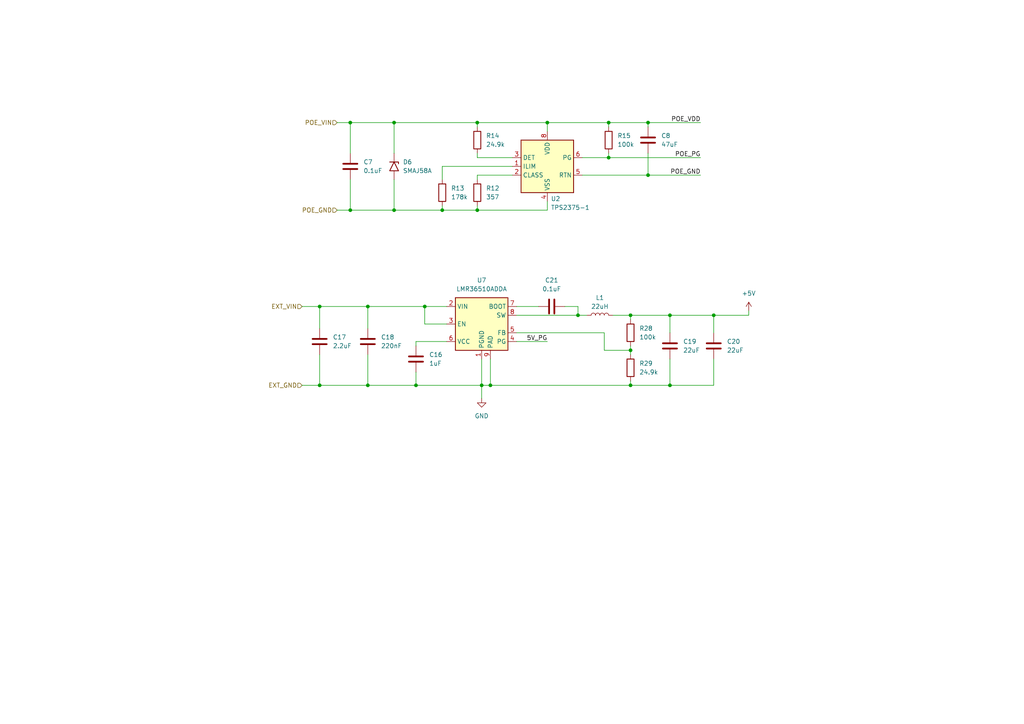
<source format=kicad_sch>
(kicad_sch (version 20250114) (generator "eeschema") (generator_version "9.0")
  (paper "A4")
  (title_block (title "iot-contact"))
  (lib_symbols
    (symbol "Device:C" (pin_numbers (hide yes)) (pin_names (offset 0.254))
      (property "Reference" "C" (at 0.635 2.54 0))
      (property "Value" "C" (at 0.635 -2.54 0))
      (symbol "C_0_1"
        (polyline (pts (xy -2.032 0.762) (xy 2.032 0.762)) (stroke (width 0.508)))
        (polyline (pts (xy -2.032 -0.762) (xy 2.032 -0.762)) (stroke (width 0.508)))
      )
      (symbol "C_1_1"
        (pin passive line (at 0 3.81 270) (length 2.794) (name "~") (number "1"))
        (pin passive line (at 0 -3.81 90) (length 2.794) (name "~") (number "2"))
      )
    )
    (symbol "Device:L" (pin_numbers (hide yes)) (pin_names (offset 1.016) (hide yes))
      (property "Reference" "L" (at -1.27 0 90))
      (property "Value" "L" (at 1.905 0 90))
      (symbol "L_0_1"
        (arc (start 0 2.54) (mid 0.6323 1.905) (end 0 1.27))
        (arc (start 0 1.27) (mid 0.6323 0.635) (end 0 0))
        (arc (start 0 0) (mid 0.6323 -0.635) (end 0 -1.27))
        (arc (start 0 -1.27) (mid 0.6323 -1.905) (end 0 -2.54))
      )
      (symbol "L_1_1"
        (pin passive line (at 0 3.81 270) (length 1.27) (name "1") (number "1"))
        (pin passive line (at 0 -3.81 90) (length 1.27) (name "2") (number "2"))
      )
    )
    (symbol "Device:R" (pin_numbers (hide yes)) (pin_names (offset 0))
      (property "Reference" "R" (at 2.032 0 90))
      (property "Value" "R" (at 0 0 90))
      (symbol "R_0_1"
        (rectangle (start -1.016 -2.54) (end 1.016 2.54) (stroke (width 0.254)))
      )
      (symbol "R_1_1"
        (pin passive line (at 0 3.81 270) (length 1.27) (name "~") (number "1"))
        (pin passive line (at 0 -3.81 90) (length 1.27) (name "~") (number "2"))
      )
    )
    (symbol "Diode:SMAJ58A" (pin_numbers (hide yes)) (pin_names (offset 1.016) (hide yes))
      (property "Reference" "D" (at 0 2.54 0))
      (property "Value" "SMAJ58A" (at 0 -2.54 0))
      (symbol "SMAJ58A_0_1"
        (polyline (pts (xy -0.762 1.27) (xy -1.27 1.27) (xy -1.27 -1.27)) (stroke (width 0.254)))
        (polyline (pts (xy 1.27 1.27) (xy 1.27 -1.27) (xy -1.27 0) (xy 1.27 1.27)) (stroke (width 0.254)))
      )
      (symbol "SMAJ58A_1_1"
        (pin passive line (at -3.81 0 0) (length 2.54) (name "A1") (number "1"))
        (pin passive line (at 3.81 0 180) (length 2.54) (name "A2") (number "2"))
      )
    )
    (symbol "Regulator_Controller:TPS2375-1"
      (property "Reference" "U" (at 2.54 -8.89 0))
      (property "Value" "TPS2375-1" (at 7.62 -11.43 0))
      (symbol "TPS2375-1_0_1"
        (rectangle (start -7.62 7.62) (end 7.62 -7.62) (stroke (width 0.254)) (fill (type background)))
      )
      (symbol "TPS2375-1_1_1"
        (pin passive line (at -10.16 2.54 0) (length 2.54) (name "DET") (number "3"))
        (pin passive line (at -10.16 0 0) (length 2.54) (name "ILIM") (number "1"))
        (pin passive line (at -10.16 -2.54 0) (length 2.54) (name "CLASS") (number "2"))
        (pin power_in line (at 0 10.16 270) (length 2.54) (name "VDD") (number "8"))
        (pin power_in line (at 0 -10.16 90) (length 2.54) (name "VSS") (number "4"))
        (pin no_connect line (at 7.62 0 180) (length 2.54) (hide yes) (name "NC") (number "7"))
        (pin open_collector line (at 10.16 2.54 180) (length 2.54) (name "PG") (number "6"))
        (pin power_out line (at 10.16 -2.54 180) (length 2.54) (name "RTN") (number "5"))
      )
    )
    (symbol "Regulator_Switching:LMR36510ADDA"
      (property "Reference" "U" (at 0 11.43 0))
      (property "Value" "LMR36510ADDA" (at 0 8.89 0))
      (symbol "LMR36510ADDA_0_1"
        (rectangle (start -7.62 7.62) (end 7.62 -7.62) (stroke (width 0.254)) (fill (type background)))
      )
      (symbol "LMR36510ADDA_1_1"
        (pin power_in line (at -10.16 5.08 0) (length 2.54) (name "VIN") (number "2"))
        (pin input line (at -10.16 0 0) (length 2.54) (name "EN") (number "3"))
        (pin power_out line (at -10.16 -5.08 0) (length 2.54) (name "VCC") (number "6"))
        (pin power_in line (at 0 -10.16 90) (length 2.54) (name "PGND") (number "1"))
        (pin power_in line (at 2.54 -10.16 90) (length 2.54) (name "PAD") (number "9"))
        (pin input line (at 10.16 5.08 180) (length 2.54) (name "BOOT") (number "7"))
        (pin output line (at 10.16 2.54 180) (length 2.54) (name "SW") (number "8"))
        (pin input line (at 10.16 -2.54 180) (length 2.54) (name "FB") (number "5"))
        (pin open_collector line (at 10.16 -5.08 180) (length 2.54) (name "PG") (number "4"))
      )
    )
    (symbol "power:+5V" (power) (pin_numbers (hide yes)) (pin_names (offset 0) (hide yes))
      (property "Value" "+5V" (at 0 3.556 0))
      (symbol "+5V_0_1"
        (polyline (pts (xy -0.762 1.27) (xy 0 2.54)))
        (polyline (pts (xy 0 2.54) (xy 0.762 1.27)))
        (polyline (pts (xy 0 0) (xy 0 2.54)))
      )
      (symbol "+5V_1_1"
        (pin power_in line (at 0 0 90) (length 0) (name "~") (number "1"))
      )
    )
    (symbol "power:GND" (power) (pin_numbers (hide yes)) (pin_names (offset 0) (hide yes))
      (property "Value" "GND" (at 0 -3.81 0))
      (symbol "GND_0_1"
        (polyline (pts (xy 0 0) (xy 0 -1.27) (xy 1.27 -1.27) (xy 0 -2.54) (xy -1.27 -1.27) (xy 0 -1.27)))
      )
      (symbol "GND_1_1"
        (pin power_in line (at 0 0 270) (length 0) (name "~") (number "1"))
      )
    )
  )
  (junction (at 106.68 111.76))
  (junction (at 101.6 35.56))
  (junction (at 182.88 101.6))
  (junction (at 101.6 60.96))
  (junction (at 182.88 91.44))
  (junction (at 158.75 35.56))
  (junction (at 207.01 91.44))
  (junction (at 128.27 60.96))
  (junction (at 106.68 88.9))
  (junction (at 120.65 111.76))
  (junction (at 187.96 35.56))
  (junction (at 194.31 111.76))
  (junction (at 182.88 111.76))
  (junction (at 123.19 88.9))
  (junction (at 114.3 60.96))
  (junction (at 138.43 60.96))
  (junction (at 176.53 45.72))
  (junction (at 92.71 111.76))
  (junction (at 167.64 91.44))
  (junction (at 176.53 35.56))
  (junction (at 194.31 91.44))
  (junction (at 138.43 35.56))
  (junction (at 114.3 35.56))
  (junction (at 92.71 88.9))
  (junction (at 187.96 50.8))
  (junction (at 139.7 111.76))
  (junction (at 142.24 111.76))
  (wire (pts (xy 120.65 111.76) (xy 139.7 111.76)))
  (wire (pts (xy 194.31 104.14) (xy 194.31 111.76)))
  (wire (pts (xy 194.31 91.44) (xy 207.01 91.44)))
  (wire (pts (xy 138.43 45.72) (xy 148.59 45.72)))
  (wire (pts (xy 175.26 101.6) (xy 182.88 101.6)))
  (wire (pts (xy 163.83 88.9) (xy 167.64 88.9)))
  (wire (pts (xy 92.71 111.76) (xy 106.68 111.76)))
  (wire (pts (xy 149.86 96.52) (xy 175.26 96.52)))
  (wire (pts (xy 168.91 50.8) (xy 187.96 50.8)))
  (wire (pts (xy 182.88 91.44) (xy 194.31 91.44)))
  (wire (pts (xy 87.63 88.9) (xy 92.71 88.9)))
  (wire (pts (xy 187.96 35.56) (xy 203.2 35.56)))
  (wire (pts (xy 176.53 35.56) (xy 176.53 36.83)))
  (wire (pts (xy 114.3 60.96) (xy 128.27 60.96)))
  (wire (pts (xy 139.7 111.76) (xy 139.7 115.57)))
  (wire (pts (xy 187.96 50.8) (xy 203.2 50.8)))
  (wire (pts (xy 106.68 88.9) (xy 106.68 95.25)))
  (wire (pts (xy 138.43 35.56) (xy 158.75 35.56)))
  (wire (pts (xy 114.3 35.56) (xy 138.43 35.56)))
  (wire (pts (xy 120.65 100.33) (xy 120.65 99.06)))
  (wire (pts (xy 176.53 35.56) (xy 187.96 35.56)))
  (wire (pts (xy 138.43 44.45) (xy 138.43 45.72)))
  (wire (pts (xy 120.65 107.95) (xy 120.65 111.76)))
  (wire (pts (xy 167.64 88.9) (xy 167.64 91.44)))
  (wire (pts (xy 106.68 102.87) (xy 106.68 111.76)))
  (wire (pts (xy 97.79 35.56) (xy 101.6 35.56)))
  (wire (pts (xy 138.43 52.07) (xy 138.43 50.8)))
  (wire (pts (xy 142.24 111.76) (xy 182.88 111.76)))
  (wire (pts (xy 207.01 91.44) (xy 217.17 91.44)))
  (wire (pts (xy 92.71 88.9) (xy 92.71 95.25)))
  (wire (pts (xy 129.54 93.98) (xy 123.19 93.98)))
  (wire (pts (xy 123.19 93.98) (xy 123.19 88.9)))
  (wire (pts (xy 187.96 44.45) (xy 187.96 50.8)))
  (wire (pts (xy 182.88 91.44) (xy 182.88 92.71)))
  (wire (pts (xy 187.96 35.56) (xy 187.96 36.83)))
  (wire (pts (xy 139.7 104.14) (xy 139.7 111.76)))
  (wire (pts (xy 138.43 50.8) (xy 148.59 50.8)))
  (wire (pts (xy 101.6 52.07) (xy 101.6 60.96)))
  (wire (pts (xy 182.88 110.49) (xy 182.88 111.76)))
  (wire (pts (xy 194.31 91.44) (xy 194.31 96.52)))
  (wire (pts (xy 138.43 35.56) (xy 138.43 36.83)))
  (wire (pts (xy 194.31 111.76) (xy 207.01 111.76)))
  (wire (pts (xy 142.24 104.14) (xy 142.24 111.76)))
  (wire (pts (xy 158.75 35.56) (xy 176.53 35.56)))
  (wire (pts (xy 123.19 88.9) (xy 129.54 88.9)))
  (wire (pts (xy 207.01 104.14) (xy 207.01 111.76)))
  (wire (pts (xy 114.3 35.56) (xy 114.3 44.45)))
  (wire (pts (xy 142.24 111.76) (xy 139.7 111.76)))
  (wire (pts (xy 182.88 101.6) (xy 182.88 102.87)))
  (wire (pts (xy 128.27 59.69) (xy 128.27 60.96)))
  (wire (pts (xy 106.68 111.76) (xy 120.65 111.76)))
  (wire (pts (xy 158.75 35.56) (xy 158.75 38.1)))
  (wire (pts (xy 176.53 44.45) (xy 176.53 45.72)))
  (wire (pts (xy 175.26 96.52) (xy 175.26 101.6)))
  (wire (pts (xy 101.6 35.56) (xy 101.6 44.45)))
  (wire (pts (xy 149.86 88.9) (xy 156.21 88.9)))
  (wire (pts (xy 149.86 91.44) (xy 167.64 91.44)))
  (wire (pts (xy 128.27 60.96) (xy 138.43 60.96)))
  (wire (pts (xy 158.75 60.96) (xy 158.75 58.42)))
  (wire (pts (xy 149.86 99.06) (xy 158.75 99.06)))
  (wire (pts (xy 168.91 45.72) (xy 176.53 45.72)))
  (wire (pts (xy 182.88 100.33) (xy 182.88 101.6)))
  (wire (pts (xy 92.71 102.87) (xy 92.71 111.76)))
  (wire (pts (xy 182.88 111.76) (xy 194.31 111.76)))
  (wire (pts (xy 92.71 88.9) (xy 106.68 88.9)))
  (wire (pts (xy 106.68 88.9) (xy 123.19 88.9)))
  (wire (pts (xy 138.43 59.69) (xy 138.43 60.96)))
  (wire (pts (xy 177.8 91.44) (xy 182.88 91.44)))
  (wire (pts (xy 138.43 60.96) (xy 158.75 60.96)))
  (wire (pts (xy 128.27 52.07) (xy 128.27 48.26)))
  (wire (pts (xy 87.63 111.76) (xy 92.71 111.76)))
  (wire (pts (xy 97.79 60.96) (xy 101.6 60.96)))
  (wire (pts (xy 207.01 91.44) (xy 207.01 96.52)))
  (wire (pts (xy 167.64 91.44) (xy 170.18 91.44)))
  (wire (pts (xy 128.27 48.26) (xy 148.59 48.26)))
  (wire (pts (xy 101.6 60.96) (xy 114.3 60.96)))
  (wire (pts (xy 120.65 99.06) (xy 129.54 99.06)))
  (wire (pts (xy 101.6 35.56) (xy 114.3 35.56)))
  (wire (pts (xy 217.17 91.44) (xy 217.17 90.17)))
  (wire (pts (xy 114.3 52.07) (xy 114.3 60.96)))
  (wire (pts (xy 176.53 45.72) (xy 203.2 45.72)))
  (label "5V_PG" (at 158.75 99.06 180))
  (label "POE_GND" (at 203.2 50.8 180))
  (label "POE_VDD" (at 203.2 35.56 180))
  (label "POE_PG" (at 203.2 45.72 180))
  (hierarchical_label "EXT_GND" (shape input) (at 87.63 111.76 180))
  (hierarchical_label "POE_GND" (shape input) (at 97.79 60.96 180))
  (hierarchical_label "POE_VIN" (shape input) (at 97.79 35.56 180))
  (hierarchical_label "EXT_VIN" (shape input) (at 87.63 88.9 180))
  (symbol (lib_id "Device:C") (at 101.6 48.26 0) (unit 1)
    (property "Reference" "C7" (at 105.41 46.9899 0) (effects (justify left)))
    (property "Value" "0.1uF" (at 105.41 49.5299 0) (effects (justify left)))
    (property "Description" "Unpolarized capacitor" (effects (hide yes)))
  )
  (symbol (lib_id "Device:R") (at 176.53 40.64 0) (unit 1)
    (property "Reference" "R15" (at 179.07 39.3699 0) (effects (justify left)))
    (property "Value" "100k" (at 179.07 41.9099 0) (effects (justify left)))
    (property "Description" "Resistor" (effects (hide yes)))
  )
  (symbol (lib_id "Regulator_Controller:TPS2375-1") (at 158.75 48.26 0) (unit 1)
    (property "Reference" "U2" (at 159.766 57.658 0) (effects (justify left)))
    (property "Value" "TPS2375-1" (at 159.766 60.198 0) (effects (justify left)))
    (property "Footprint" "Package_SO:TSSOP-8_4.4x3mm_P0.65mm" (effects (hide yes)))
    (property "Datasheet" "https://www.ti.com/lit/gpn/tps2375-1" (effects (hide yes)))
    (property "Description" "IEEE802.3af PoE Controller, Auto-Retry" (effects (hide yes)))
  )
  (symbol (lib_id "Device:R") (at 138.43 55.88 0) (unit 1)
    (property "Reference" "R12" (at 140.97 54.6099 0) (effects (justify left)))
    (property "Value" "357" (at 140.97 57.1499 0) (effects (justify left)))
    (property "Description" "Resistor" (effects (hide yes)))
  )
  (symbol (lib_id "Diode:SMAJ58A") (at 114.3 48.26 270) (unit 1)
    (property "Reference" "D6" (at 116.84 46.9899 90) (effects (justify left)))
    (property "Value" "SMAJ58A" (at 116.84 49.5299 90) (effects (justify left)))
    (property "Footprint" "Diode_SMD:D_SMA" (effects (hide yes)))
    (property "Datasheet" "https://www.littelfuse.com/media?resourcetype=datasheets&itemid=75e32973-b177-4ee3-a0ff-cedaf1abdb93&filename=smaj-datasheet" (effects (hide yes)))
    (property "Description" "400W unidirectional Transient Voltage Suppressor, 58.0Vr, SMA(DO-214AC)" (effects (hide yes)))
  )
  (symbol (lib_id "Device:R") (at 182.88 106.68 0) (unit 1)
    (property "Reference" "R29" (at 185.42 105.4099 0) (effects (justify left)))
    (property "Value" "24.9k" (at 185.42 107.9499 0) (effects (justify left)))
    (property "Description" "Resistor" (effects (hide yes)))
  )
  (symbol (lib_id "Device:R") (at 182.88 96.52 0) (unit 1)
    (property "Reference" "R28" (at 185.42 95.2499 0) (effects (justify left)))
    (property "Value" "100k" (at 185.42 97.7899 0) (effects (justify left)))
    (property "Description" "Resistor" (effects (hide yes)))
  )
  (symbol (lib_id "power:+5V") (at 217.17 90.17 0) (unit 1)
    (property "Reference" "#PWR043" (effects (hide yes)))
    (property "Value" "+5V" (at 217.17 85.09 0))
    (property "Description" "Power symbol creates a global label with name \"+5V\"" (effects (hide yes)))
  )
  (symbol (lib_id "Device:C") (at 106.68 99.06 0) (unit 1)
    (property "Reference" "C18" (at 110.49 97.7899 0) (effects (justify left)))
    (property "Value" "220nF" (at 110.49 100.3299 0) (effects (justify left)))
    (property "Description" "Unpolarized capacitor" (effects (hide yes)))
  )
  (symbol (lib_id "power:GND") (at 139.7 115.57 0) (unit 1)
    (property "Reference" "#PWR042" (effects (hide yes)))
    (property "Value" "GND" (at 139.7 120.65 0))
    (property "Description" "Power symbol creates a global label with name \"GND\" , ground" (effects (hide yes)))
  )
  (symbol (lib_id "Device:L") (at 173.99 91.44 90) (unit 1)
    (property "Reference" "L1" (at 173.99 86.36 90))
    (property "Value" "22uH" (at 173.99 88.9 90))
    (property "Description" "Inductor" (effects (hide yes)))
  )
  (symbol (lib_id "Device:R") (at 128.27 55.88 0) (unit 1)
    (property "Reference" "R13" (at 130.81 54.6099 0) (effects (justify left)))
    (property "Value" "178k" (at 130.81 57.1499 0) (effects (justify left)))
    (property "Description" "Resistor" (effects (hide yes)))
  )
  (symbol (lib_id "Device:C") (at 160.02 88.9 90) (unit 1)
    (property "Reference" "C21" (at 160.02 81.28 90))
    (property "Value" "0.1uF" (at 160.02 83.82 90))
    (property "Description" "Unpolarized capacitor" (effects (hide yes)))
  )
  (symbol (lib_id "Device:C") (at 194.31 100.33 0) (unit 1)
    (property "Reference" "C19" (at 198.12 99.0599 0) (effects (justify left)))
    (property "Value" "22uF" (at 198.12 101.5999 0) (effects (justify left)))
    (property "Description" "Unpolarized capacitor" (effects (hide yes)))
  )
  (symbol (lib_id "Device:C") (at 120.65 104.14 0) (unit 1)
    (property "Reference" "C16" (at 124.46 102.8699 0) (effects (justify left)))
    (property "Value" "1uF" (at 124.46 105.4099 0) (effects (justify left)))
    (property "Description" "Unpolarized capacitor" (effects (hide yes)))
  )
  (symbol (lib_id "Device:R") (at 138.43 40.64 0) (unit 1)
    (property "Reference" "R14" (at 140.97 39.3699 0) (effects (justify left)))
    (property "Value" "24.9k" (at 140.97 41.9099 0) (effects (justify left)))
    (property "Description" "Resistor" (effects (hide yes)))
  )
  (symbol (lib_id "Device:C") (at 187.96 40.64 0) (unit 1)
    (property "Reference" "C8" (at 191.77 39.3699 0) (effects (justify left)))
    (property "Value" "47uF" (at 191.77 41.9099 0) (effects (justify left)))
    (property "Description" "Unpolarized capacitor" (effects (hide yes)))
  )
  (symbol (lib_id "Device:C") (at 92.71 99.06 0) (unit 1)
    (property "Reference" "C17" (at 96.52 97.7899 0) (effects (justify left)))
    (property "Value" "2.2uF" (at 96.52 100.3299 0) (effects (justify left)))
    (property "Description" "Unpolarized capacitor" (effects (hide yes)))
  )
  (symbol (lib_id "Device:C") (at 207.01 100.33 0) (unit 1)
    (property "Reference" "C20" (at 210.82 99.0599 0) (effects (justify left)))
    (property "Value" "22uF" (at 210.82 101.5999 0) (effects (justify left)))
    (property "Description" "Unpolarized capacitor" (effects (hide yes)))
  )
  (symbol (lib_id "Regulator_Switching:LMR36510ADDA") (at 139.7 93.98 0) (unit 1)
    (property "Reference" "U7" (at 139.7 81.28 0))
    (property "Value" "LMR36510ADDA" (at 139.7 83.82 0))
    (property "Footprint" "Package_SO:Texas_HTSOP-8-1EP_3.9x4.9mm_P1.27mm_EP2.95x4.9mm_Mask2.4x3.1mm_ThermalVias" (effects (hide yes)))
    (property "Datasheet" "http://www.ti.com/lit/ds/symlink/lmr36510.pdf" (effects (hide yes)))
    (property "Description" "Simple Switcher Synchronous Buck Regulator, Vin=4.2-65V, Iout=1A, F=400kHz, Adjustable output voltage, HSOP-8" (effects (hide yes)))
  )
)
</source>
